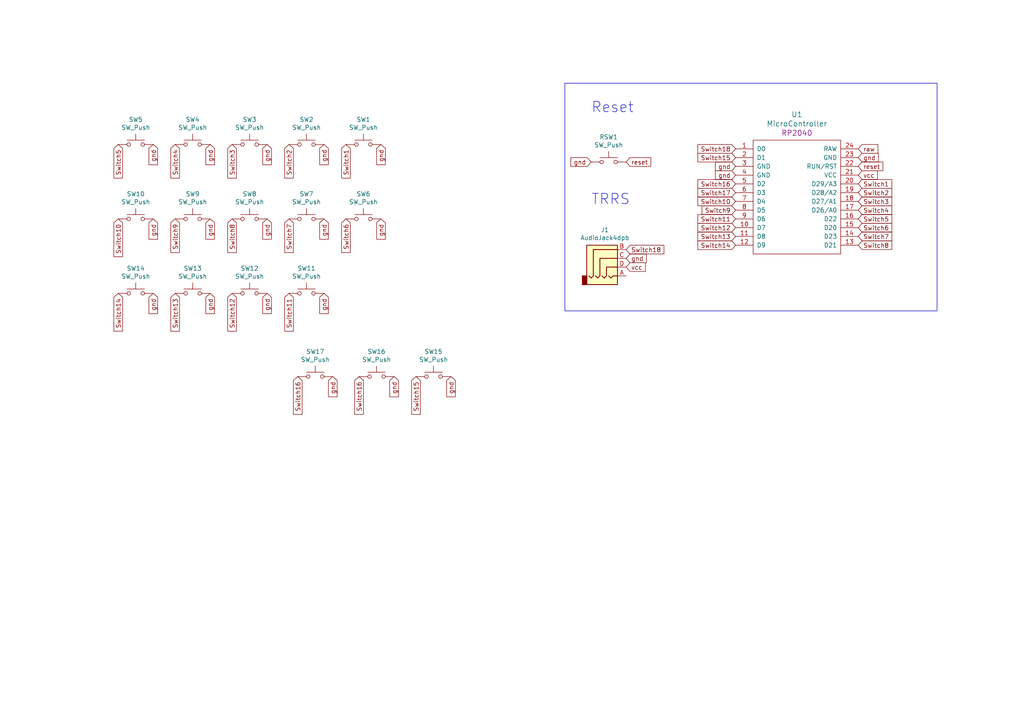
<source format=kicad_sch>
(kicad_sch (version 20230121) (generator eeschema)
  (paper "A4")
  (title_block (date "2024-03-04") (rev "0.1"))
  (lib_symbols
    (symbol "Switch:SW_Push" (pin_numbers hide) (pin_names (offset 1.016) hide)
      (property "Reference" "SW" (at 1.27 2.54 0))
      (property "Value" "SW_Push" (at 0 -1.524 0))
      (symbol "SW_Push_0_1"
        (circle (center -2.032 0) (radius 0.508))
        (polyline (pts (xy 0 1.27) (xy 0 3.048)))
        (polyline (pts (xy 2.54 1.27) (xy -2.54 1.27)))
        (circle (center 2.032 0) (radius 0.508))
        (pin passive line (at -5.08 0 0) (length 2.54) (name "1") (number "1"))
        (pin passive line (at 5.08 0 180) (length 2.54) (name "2") (number "2"))
      )
    )
    (symbol "half-swept-rescue:AudioJack4dpb-tokas_bp"
      (property "Reference" "J" (at 0 8.89 0))
      (property "Value" "AudioJack4dpb-tokas_bp" (at 0 6.35 0))
      (symbol "AudioJack4dpb-tokas_bp_0_1"
        (rectangle (start -6.35 -5.08) (end -7.62 -7.62) (stroke (width 0.254)) (fill (type outline)))
        (polyline (pts (xy 0 -5.08) (xy 0.635 -5.715) (xy 1.27 -5.08) (xy 2.54 -5.08)) (stroke (width 0.254)))
        (polyline (pts (xy -5.715 -5.08) (xy -5.08 -5.715) (xy -4.445 -5.08) (xy -4.445 2.54) (xy 2.54 2.54)) (stroke (width 0.254)))
        (polyline (pts (xy -1.905 -5.08) (xy -1.27 -5.715) (xy -0.635 -5.08) (xy -0.635 -2.54) (xy 2.54 -2.54)) (stroke (width 0.254)))
        (polyline (pts (xy 2.54 0) (xy -2.54 0) (xy -2.54 -5.08) (xy -3.175 -5.715) (xy -3.81 -5.08)) (stroke (width 0.254)))
        (rectangle (start 2.54 3.81) (end -6.35 -7.62) (stroke (width 0.254)) (fill (type background)))
      )
      (symbol "AudioJack4dpb-tokas_bp_1_1"
        (pin passive line (at 5.08 -5.08 180) (length 2.54) (name "~") (number "A"))
        (pin passive line (at 5.08 2.54 180) (length 2.54) (name "~") (number "B"))
        (pin passive line (at 5.08 0 180) (length 2.54) (name "~") (number "C"))
        (pin passive line (at 5.08 -2.54 180) (length 2.54) (name "~") (number "D"))
      )
    )
    (symbol "half-swept-rescue:ProMicro-kbd-bigblackpill-34key-rescue-sweepv2-rescue" (pin_names (offset 1.016))
      (property "Reference" "U1" (at 0 29.0322 0))
      (property "Value" "MicroController" (at 0 26.3398 0))
      (property "Footprint" "RP2040" (at 0 23.6474 0))
      (symbol "ProMicro-kbd-bigblackpill-34key-rescue-sweepv2-rescue_0_1"
        (rectangle (start -12.7 21.59) (end 12.7 -11.43))
      )
      (symbol "ProMicro-kbd-bigblackpill-34key-rescue-sweepv2-rescue_1_1"
        (pin bidirectional line (at -17.78 19.05 0) (length 5.08) (name "D0") (number "1"))
        (pin bidirectional line (at -17.78 -3.81 0) (length 5.08) (name "D7") (number "10"))
        (pin bidirectional line (at -17.78 -6.35 0) (length 5.08) (name "D8") (number "11"))
        (pin bidirectional line (at -17.78 -8.89 0) (length 5.08) (name "D9") (number "12"))
        (pin bidirectional line (at 17.78 -8.89 180) (length 5.08) (name "D21") (number "13"))
        (pin bidirectional line (at 17.78 -6.35 180) (length 5.08) (name "D23") (number "14"))
        (pin bidirectional line (at 17.78 -3.81 180) (length 5.08) (name "D20") (number "15"))
        (pin bidirectional line (at 17.78 -1.27 180) (length 5.08) (name "D22") (number "16"))
        (pin bidirectional line (at 17.78 1.27 180) (length 5.08) (name "D26/A0") (number "17"))
        (pin bidirectional line (at 17.78 3.81 180) (length 5.08) (name "D27/A1") (number "18"))
        (pin bidirectional line (at 17.78 6.35 180) (length 5.08) (name "D28/A2") (number "19"))
        (pin bidirectional line (at -17.78 16.51 0) (length 5.08) (name "D1") (number "2"))
        (pin bidirectional line (at 17.78 8.89 180) (length 5.08) (name "D29/A3") (number "20"))
        (pin power_in line (at 17.78 11.43 180) (length 5.08) (name "VCC") (number "21"))
        (pin input line (at 17.78 13.97 180) (length 5.08) (name "RUN/RST") (number "22"))
        (pin power_in line (at 17.78 16.51 180) (length 5.08) (name "GND") (number "23"))
        (pin power_out line (at 17.78 19.05 180) (length 5.08) (name "RAW") (number "24"))
        (pin power_in line (at -17.78 13.97 0) (length 5.08) (name "GND") (number "3"))
        (pin power_in line (at -17.78 11.43 0) (length 5.08) (name "GND") (number "4"))
        (pin bidirectional line (at -17.78 8.89 0) (length 5.08) (name "D2") (number "5"))
        (pin bidirectional line (at -17.78 6.35 0) (length 5.08) (name "D3") (number "6"))
        (pin bidirectional line (at -17.78 3.81 0) (length 5.08) (name "D4") (number "7"))
        (pin bidirectional line (at -17.78 1.27 0) (length 5.08) (name "D5") (number "8"))
        (pin bidirectional line (at -17.78 -1.27 0) (length 5.08) (name "D6") (number "9"))
      )
    )
  )
  (rectangle (start 163.83 24.13) (end 271.78 90.17))
  (text "TRRS\n" (at 171.45 59.69 0) (effects (font (size 2.9972 2.9972)) (justify left bottom)))
  (text "Reset" (at 171.45 33.02 0) (effects (font (size 2.9972 2.9972)) (justify left bottom)))
  (global_label "Switch6" (shape input) (at 100.33 63.5 270) (property "Intersheetrefs" "${INTERSHEET_REFS}" (effects hide)))
  (global_label "gnd" (shape input) (at 93.98 85.09 270) (property "Intersheetrefs" "${INTERSHEET_REFS}" (effects hide)))
  (global_label "gnd" (shape input) (at 44.45 63.5 270) (property "Intersheetrefs" "${INTERSHEET_REFS}" (effects hide)))
  (global_label "Switch7" (shape input) (at 83.82 63.5 270) (property "Intersheetrefs" "${INTERSHEET_REFS}" (effects hide)))
  (global_label "gnd" (shape input) (at 213.36 48.26 180) (property "Intersheetrefs" "${INTERSHEET_REFS}" (effects hide)))
  (global_label "Switch8" (shape input) (at 67.31 63.5 270) (property "Intersheetrefs" "${INTERSHEET_REFS}" (effects hide)))
  (global_label "Switch12" (shape input) (at 213.36 66.04 180) (property "Intersheetrefs" "${INTERSHEET_REFS}" (effects hide)))
  (global_label "Switch16" (shape input) (at 104.14 109.22 270) (property "Intersheetrefs" "${INTERSHEET_REFS}" (effects hide)))
  (global_label "reset" (shape input) (at 248.92 48.26 0) (property "Intersheetrefs" "${INTERSHEET_REFS}" (effects hide)))
  (global_label "gnd" (shape input) (at 93.98 41.91 270) (property "Intersheetrefs" "${INTERSHEET_REFS}" (effects hide)))
  (global_label "gnd" (shape input) (at 110.49 63.5 270) (property "Intersheetrefs" "${INTERSHEET_REFS}" (effects hide)))
  (global_label "gnd" (shape input) (at 44.45 85.09 270) (property "Intersheetrefs" "${INTERSHEET_REFS}" (effects hide)))
  (global_label "Switch1" (shape input) (at 248.92 53.34 0) (property "Intersheetrefs" "${INTERSHEET_REFS}" (effects hide)))
  (global_label "Switch5" (shape input) (at 248.92 63.5 0) (property "Intersheetrefs" "${INTERSHEET_REFS}" (effects hide)))
  (global_label "Switch13" (shape input) (at 213.36 68.58 180) (property "Intersheetrefs" "${INTERSHEET_REFS}" (effects hide)))
  (global_label "Switch8" (shape input) (at 248.92 71.12 0) (property "Intersheetrefs" "${INTERSHEET_REFS}" (effects hide)))
  (global_label "Switch17" (shape input) (at 213.36 55.88 180) (property "Intersheetrefs" "${INTERSHEET_REFS}" (effects hide)))
  (global_label "raw" (shape input) (at 248.92 43.18 0) (property "Intersheetrefs" "${INTERSHEET_REFS}" (effects hide)))
  (global_label "Switch2" (shape input) (at 83.82 41.91 270) (property "Intersheetrefs" "${INTERSHEET_REFS}" (effects hide)))
  (global_label "Switch16" (shape input) (at 86.36 109.22 270) (property "Intersheetrefs" "${INTERSHEET_REFS}" (effects hide)))
  (global_label "vcc" (shape input) (at 248.92 50.8 0) (property "Intersheetrefs" "${INTERSHEET_REFS}" (effects hide)))
  (global_label "gnd" (shape input) (at 60.96 41.91 270) (property "Intersheetrefs" "${INTERSHEET_REFS}" (effects hide)))
  (global_label "gnd" (shape input) (at 171.45 46.99 180) (property "Intersheetrefs" "${INTERSHEET_REFS}" (effects hide)))
  (global_label "gnd" (shape input) (at 77.47 63.5 270) (property "Intersheetrefs" "${INTERSHEET_REFS}" (effects hide)))
  (global_label "reset" (shape input) (at 181.61 46.99 0) (property "Intersheetrefs" "${INTERSHEET_REFS}" (effects hide)))
  (global_label "Switch6" (shape input) (at 248.92 66.04 0) (property "Intersheetrefs" "${INTERSHEET_REFS}" (effects hide)))
  (global_label "Switch1" (shape input) (at 100.33 41.91 270) (property "Intersheetrefs" "${INTERSHEET_REFS}" (effects hide)))
  (global_label "gnd" (shape input) (at 130.81 109.22 270) (property "Intersheetrefs" "${INTERSHEET_REFS}" (effects hide)))
  (global_label "gnd" (shape input) (at 93.98 63.5 270) (property "Intersheetrefs" "${INTERSHEET_REFS}" (effects hide)))
  (global_label "Switch3" (shape input) (at 248.92 58.42 0) (property "Intersheetrefs" "${INTERSHEET_REFS}" (effects hide)))
  (global_label "Switch15" (shape input) (at 213.36 45.72 180) (property "Intersheetrefs" "${INTERSHEET_REFS}" (effects hide)))
  (global_label "gnd" (shape input) (at 181.61 74.93 0) (property "Intersheetrefs" "${INTERSHEET_REFS}" (effects hide)))
  (global_label "Switch2" (shape input) (at 248.92 55.88 0) (property "Intersheetrefs" "${INTERSHEET_REFS}" (effects hide)))
  (global_label "vcc" (shape input) (at 181.61 77.47 0) (property "Intersheetrefs" "${INTERSHEET_REFS}" (effects hide)))
  (global_label "Switch10" (shape input) (at 213.36 58.42 180) (property "Intersheetrefs" "${INTERSHEET_REFS}" (effects hide)))
  (global_label "Switch5" (shape input) (at 34.29 41.91 270) (property "Intersheetrefs" "${INTERSHEET_REFS}" (effects hide)))
  (global_label "gnd" (shape input) (at 248.92 45.72 0) (property "Intersheetrefs" "${INTERSHEET_REFS}" (effects hide)))
  (global_label "Switch14" (shape input) (at 34.29 85.09 270) (property "Intersheetrefs" "${INTERSHEET_REFS}" (effects hide)))
  (global_label "Switch11" (shape input) (at 83.82 85.09 270) (property "Intersheetrefs" "${INTERSHEET_REFS}" (effects hide)))
  (global_label "Switch18" (shape input) (at 181.61 72.39 0) (property "Intersheetrefs" "${INTERSHEET_REFS}" (effects hide)))
  (global_label "gnd" (shape input) (at 60.96 63.5 270) (property "Intersheetrefs" "${INTERSHEET_REFS}" (effects hide)))
  (global_label "Switch4" (shape input) (at 248.92 60.96 0) (property "Intersheetrefs" "${INTERSHEET_REFS}" (effects hide)))
  (global_label "Switch9" (shape input) (at 50.8 63.5 270) (property "Intersheetrefs" "${INTERSHEET_REFS}" (effects hide)))
  (global_label "Switch10" (shape input) (at 34.29 63.5 270) (property "Intersheetrefs" "${INTERSHEET_REFS}" (effects hide)))
  (global_label "Switch18" (shape input) (at 213.36 43.18 180) (property "Intersheetrefs" "${INTERSHEET_REFS}" (effects hide)))
  (global_label "Switch7" (shape input) (at 248.92 68.58 0) (property "Intersheetrefs" "${INTERSHEET_REFS}" (effects hide)))
  (global_label "gnd" (shape input) (at 96.52 109.22 270) (property "Intersheetrefs" "${INTERSHEET_REFS}" (effects hide)))
  (global_label "Switch15" (shape input) (at 120.65 109.22 270) (property "Intersheetrefs" "${INTERSHEET_REFS}" (effects hide)))
  (global_label "Switch4" (shape input) (at 50.8 41.91 270) (property "Intersheetrefs" "${INTERSHEET_REFS}" (effects hide)))
  (global_label "Switch9" (shape input) (at 213.36 60.96 180) (property "Intersheetrefs" "${INTERSHEET_REFS}" (effects hide)))
  (global_label "Switch16" (shape input) (at 213.36 53.34 180) (property "Intersheetrefs" "${INTERSHEET_REFS}" (effects hide)))
  (global_label "Switch13" (shape input) (at 50.8 85.09 270) (property "Intersheetrefs" "${INTERSHEET_REFS}" (effects hide)))
  (global_label "Switch11" (shape input) (at 213.36 63.5 180) (property "Intersheetrefs" "${INTERSHEET_REFS}" (effects hide)))
  (global_label "gnd" (shape input) (at 110.49 41.91 270) (property "Intersheetrefs" "${INTERSHEET_REFS}" (effects hide)))
  (global_label "gnd" (shape input) (at 77.47 85.09 270) (property "Intersheetrefs" "${INTERSHEET_REFS}" (effects hide)))
  (global_label "Switch3" (shape input) (at 67.31 41.91 270) (property "Intersheetrefs" "${INTERSHEET_REFS}" (effects hide)))
  (global_label "gnd" (shape input) (at 213.36 50.8 180) (property "Intersheetrefs" "${INTERSHEET_REFS}" (effects hide)))
  (global_label "Switch14" (shape input) (at 213.36 71.12 180) (property "Intersheetrefs" "${INTERSHEET_REFS}" (effects hide)))
  (global_label "Switch12" (shape input) (at 67.31 85.09 270) (property "Intersheetrefs" "${INTERSHEET_REFS}" (effects hide)))
  (global_label "gnd" (shape input) (at 60.96 85.09 270) (property "Intersheetrefs" "${INTERSHEET_REFS}" (effects hide)))
  (global_label "gnd" (shape input) (at 114.3 109.22 270) (property "Intersheetrefs" "${INTERSHEET_REFS}" (effects hide)))
  (global_label "gnd" (shape input) (at 77.47 41.91 270) (property "Intersheetrefs" "${INTERSHEET_REFS}" (effects hide)))
  (global_label "gnd" (shape input) (at 44.45 41.91 270) (property "Intersheetrefs" "${INTERSHEET_REFS}" (effects hide)))
  (symbol (lib_id "Switch:SW_Push") (at 55.88 85.09 0) (unit 1)
    (property "Reference" "SW13" (at 55.88 77.851 0))
    (property "Value" "SW_Push" (at 55.88 80.1624 0))
    (property "Footprint" "Kailh:SW_PG1350_rev_DPB" (effects hide))
  )
  (symbol (lib_id "Switch:SW_Push") (at 72.39 85.09 0) (unit 1)
    (property "Reference" "SW12" (at 72.39 77.851 0))
    (property "Value" "SW_Push" (at 72.39 80.1624 0))
    (property "Footprint" "Kailh:SW_PG1350_rev_DPB" (effects hide))
  )
  (symbol (lib_id "Switch:SW_Push") (at 109.22 109.22 0) (unit 1)
    (property "Reference" "SW16" (at 109.22 101.981 0))
    (property "Value" "SW_Push" (at 109.22 104.2924 0))
    (property "Footprint" "Kailh:SW_PG1350_rev_DPB" (effects hide))
  )
  (symbol (lib_id "Switch:SW_Push") (at 125.73 109.22 0) (unit 1)
    (property "Reference" "SW15" (at 125.73 101.981 0))
    (property "Value" "SW_Push" (at 125.73 104.2924 0))
    (property "Footprint" "Kailh:SW_PG1350_rev_DPB" (effects hide))
  )
  (symbol (lib_id "Switch:SW_Push") (at 88.9 41.91 0) (unit 1)
    (property "Reference" "SW2" (at 88.9 34.671 0))
    (property "Value" "SW_Push" (at 88.9 36.9824 0))
    (property "Footprint" "Kailh:SW_PG1350_rev_DPB" (effects hide))
  )
  (symbol (lib_id "half-swept-rescue:AudioJack4dpb-tokas_bp") (at 176.53 74.93 0) (unit 1)
    (property "Reference" "J1" (at 175.4378 66.675 0))
    (property "Value" "AudioJack4dpb" (at 175.4378 68.9864 0))
    (property "Footprint" "kbd:MJ-4PP-9" (effects hide))
  )
  (symbol (lib_id "Switch:SW_Push") (at 39.37 85.09 0) (unit 1)
    (property "Reference" "SW14" (at 39.37 77.851 0))
    (property "Value" "SW_Push" (at 39.37 80.1624 0))
    (property "Footprint" "Kailh:SW_PG1350_rev_DPB" (effects hide))
  )
  (symbol (lib_id "Switch:SW_Push") (at 55.88 41.91 0) (unit 1)
    (property "Reference" "SW4" (at 55.88 34.671 0))
    (property "Value" "SW_Push" (at 55.88 36.9824 0))
    (property "Footprint" "Kailh:SW_PG1350_rev_DPB" (effects hide))
  )
  (symbol (lib_id "Switch:SW_Push") (at 105.41 41.91 0) (unit 1)
    (property "Reference" "SW1" (at 105.41 34.671 0))
    (property "Value" "SW_Push" (at 105.41 36.9824 0))
    (property "Footprint" "Kailh:SW_PG1350_rev_DPB" (effects hide))
  )
  (symbol (lib_id "Switch:SW_Push") (at 72.39 41.91 0) (unit 1)
    (property "Reference" "SW3" (at 72.39 34.671 0))
    (property "Value" "SW_Push" (at 72.39 36.9824 0))
    (property "Footprint" "Kailh:SW_PG1350_rev_DPB" (effects hide))
  )
  (symbol (lib_id "Switch:SW_Push") (at 39.37 41.91 0) (unit 1)
    (property "Reference" "SW5" (at 39.37 34.671 0))
    (property "Value" "SW_Push" (at 39.37 36.9824 0))
    (property "Footprint" "Kailh:SW_PG1350_rev_DPB" (effects hide))
  )
  (symbol (lib_id "Switch:SW_Push") (at 55.88 63.5 0) (unit 1)
    (property "Reference" "SW9" (at 55.88 56.261 0))
    (property "Value" "SW_Push" (at 55.88 58.5724 0))
    (property "Footprint" "Kailh:SW_PG1350_rev_DPB" (effects hide))
  )
  (symbol (lib_id "half-swept-rescue:ProMicro-kbd-bigblackpill-34key-rescue-sweepv2-rescue") (at 231.14 62.23 0) (unit 1)
    (property "Reference" "U1" (at 231.14 33.1978 0) (effects (font (size 1.524 1.524))))
    (property "Value" "MicroController" (at 231.14 35.8902 0) (effects (font (size 1.524 1.524))))
    (property "Footprint" "RP2040" (at 231.14 38.5826 0) (effects (font (size 1.524 1.524))))
  )
  (symbol (lib_id "Switch:SW_Push") (at 39.37 63.5 0) (unit 1)
    (property "Reference" "SW10" (at 39.37 56.261 0))
    (property "Value" "SW_Push" (at 39.37 58.5724 0))
    (property "Footprint" "Kailh:SW_PG1350_rev_DPB" (effects hide))
  )
  (symbol (lib_id "Switch:SW_Push") (at 88.9 85.09 0) (unit 1)
    (property "Reference" "SW11" (at 88.9 77.851 0))
    (property "Value" "SW_Push" (at 88.9 80.1624 0))
    (property "Footprint" "Kailh:SW_PG1350_rev_DPB" (effects hide))
  )
  (symbol (lib_id "Switch:SW_Push") (at 105.41 63.5 0) (unit 1)
    (property "Reference" "SW6" (at 105.41 56.261 0))
    (property "Value" "SW_Push" (at 105.41 58.5724 0))
    (property "Footprint" "Kailh:SW_PG1350_rev_DPB" (effects hide))
  )
  (symbol (lib_id "Switch:SW_Push") (at 88.9 63.5 0) (unit 1)
    (property "Reference" "SW7" (at 88.9 56.261 0))
    (property "Value" "SW_Push" (at 88.9 58.5724 0))
    (property "Footprint" "Kailh:SW_PG1350_rev_DPB" (effects hide))
  )
  (symbol (lib_id "Switch:SW_Push") (at 176.53 46.99 0) (unit 1)
    (property "Reference" "RSW1" (at 176.53 39.751 0))
    (property "Value" "SW_Push" (at 176.53 42.0624 0))
    (property "Footprint" "kbd:ResetSW" (effects hide))
  )
  (symbol (lib_id "Switch:SW_Push") (at 91.44 109.22 0) (unit 1)
    (property "Reference" "SW17" (at 91.44 101.981 0))
    (property "Value" "SW_Push" (at 91.44 104.2924 0))
    (property "Footprint" "Kailh:SW_PG1350_rev_DPB" (effects hide))
  )
  (symbol (lib_id "Switch:SW_Push") (at 72.39 63.5 0) (unit 1)
    (property "Reference" "SW8" (at 72.39 56.261 0))
    (property "Value" "SW_Push" (at 72.39 58.5724 0))
    (property "Footprint" "Kailh:SW_PG1350_rev_DPB" (effects hide))
  )
)
</source>
